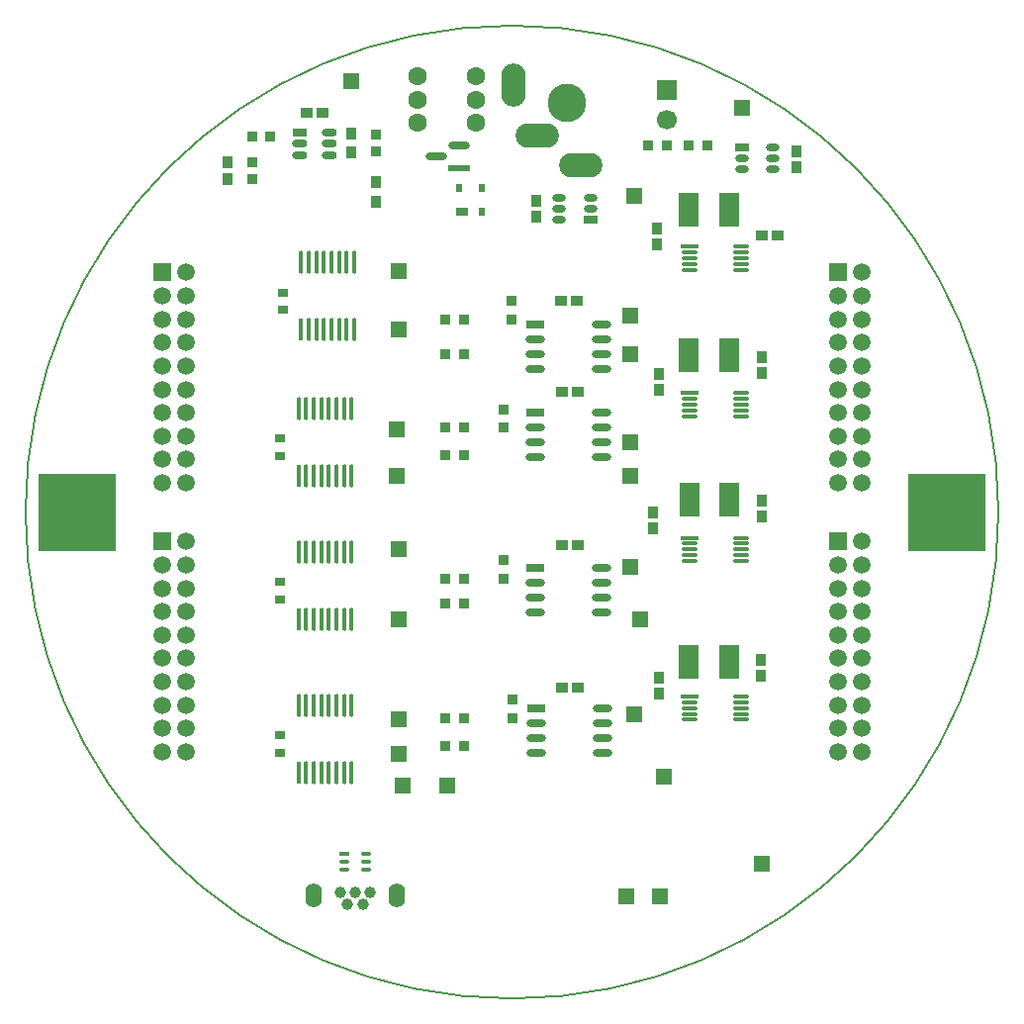
<source format=gts>
G04*
G04 #@! TF.GenerationSoftware,Altium Limited,Altium Designer,23.3.1 (30)*
G04*
G04 Layer_Color=8388736*
%FSLAX25Y25*%
%MOIN*%
G70*
G04*
G04 #@! TF.SameCoordinates,7FDB2B4D-D7D5-4B3D-9FC9-9F88D19D1CF5*
G04*
G04*
G04 #@! TF.FilePolarity,Negative*
G04*
G01*
G75*
%ADD13C,0.00787*%
%ADD20R,0.03381X0.03591*%
%ADD21R,0.03788X0.03681*%
%ADD22O,0.03300X0.01600*%
%ADD23R,0.03300X0.01600*%
G04:AMPARAMS|DCode=28|XSize=73.79mil|YSize=24.1mil|CornerRadius=12.05mil|HoleSize=0mil|Usage=FLASHONLY|Rotation=180.000|XOffset=0mil|YOffset=0mil|HoleType=Round|Shape=RoundedRectangle|*
%AMROUNDEDRECTD28*
21,1,0.07379,0.00000,0,0,180.0*
21,1,0.04969,0.02410,0,0,180.0*
1,1,0.02410,-0.02485,0.00000*
1,1,0.02410,0.02485,0.00000*
1,1,0.02410,0.02485,0.00000*
1,1,0.02410,-0.02485,0.00000*
%
%ADD28ROUNDEDRECTD28*%
%ADD29R,0.07379X0.02410*%
%ADD30R,0.03500X0.04000*%
%ADD31R,0.03543X0.03150*%
%ADD32R,0.07087X0.11811*%
%ADD33R,0.03591X0.03970*%
%ADD34R,0.03591X0.04166*%
%ADD35R,0.03591X0.03775*%
%ADD36R,0.04166X0.03591*%
%ADD37R,0.01657X0.07699*%
G04:AMPARAMS|DCode=38|XSize=76.99mil|YSize=16.57mil|CornerRadius=8.28mil|HoleSize=0mil|Usage=FLASHONLY|Rotation=90.000|XOffset=0mil|YOffset=0mil|HoleType=Round|Shape=RoundedRectangle|*
%AMROUNDEDRECTD38*
21,1,0.07699,0.00000,0,0,90.0*
21,1,0.06042,0.01657,0,0,90.0*
1,1,0.01657,0.00000,0.03021*
1,1,0.01657,0.00000,-0.03021*
1,1,0.01657,0.00000,-0.03021*
1,1,0.01657,0.00000,0.03021*
%
%ADD38ROUNDEDRECTD38*%
%ADD41R,0.03591X0.03381*%
%ADD44R,0.02362X0.02756*%
%ADD45R,0.03937X0.02756*%
%ADD46R,0.05906X0.01378*%
%ADD47O,0.05906X0.01378*%
%ADD48O,0.05118X0.02756*%
%ADD49R,0.05118X0.02756*%
%ADD50R,0.04528X0.02756*%
%ADD51O,0.04528X0.02756*%
%ADD52O,0.06496X0.02756*%
%ADD53R,0.06496X0.02756*%
%ADD54C,0.03937*%
%ADD55O,0.05512X0.08268*%
%ADD56C,0.06299*%
%ADD57R,0.05512X0.05512*%
%ADD58R,0.06693X0.06693*%
%ADD59C,0.06693*%
%ADD60R,0.25984X0.25984*%
%ADD61C,0.05906*%
%ADD62R,0.05906X0.05906*%
%ADD63C,0.12992*%
%ADD64O,0.14567X0.08268*%
%ADD65O,0.08268X0.14567*%
%ADD66R,0.05512X0.05512*%
D13*
X163878Y0D02*
G03*
X163878Y0I-163878J0D01*
G01*
D20*
X-81384Y126378D02*
D03*
X-87500D02*
D03*
X45958Y123425D02*
D03*
X52074D02*
D03*
X59646D02*
D03*
X65762D02*
D03*
X-16233Y64967D02*
D03*
X-22349D02*
D03*
Y53228D02*
D03*
X-16233D02*
D03*
X-22349Y28424D02*
D03*
X-16233D02*
D03*
X-16233Y19193D02*
D03*
X-22349D02*
D03*
Y-22441D02*
D03*
X-16233D02*
D03*
Y-30807D02*
D03*
X-22349D02*
D03*
X-22358Y-69350D02*
D03*
X-16242D02*
D03*
X-16233Y-78701D02*
D03*
X-22349D02*
D03*
D21*
X-87500Y117808D02*
D03*
Y112175D02*
D03*
D22*
X-56504Y-117815D02*
D03*
X-49204Y-120415D02*
D03*
X-56504D02*
D03*
X-49204Y-117815D02*
D03*
Y-115215D02*
D03*
D23*
X-56504D02*
D03*
D28*
X-17972Y123425D02*
D03*
X-25335Y119685D02*
D03*
D29*
X-17972Y115945D02*
D03*
D30*
X-45669Y104524D02*
D03*
Y111024D02*
D03*
X-54035Y127659D02*
D03*
Y121160D02*
D03*
D31*
X-78051Y-75197D02*
D03*
Y-81102D02*
D03*
X-77165Y68105D02*
D03*
Y74011D02*
D03*
X-78051Y18898D02*
D03*
Y24803D02*
D03*
Y-29528D02*
D03*
Y-23622D02*
D03*
D32*
X59646Y101870D02*
D03*
X73228D02*
D03*
X73130Y52854D02*
D03*
X59547D02*
D03*
X59744Y4232D02*
D03*
X73327D02*
D03*
X59547Y-50492D02*
D03*
X73130D02*
D03*
D33*
X-95768Y112175D02*
D03*
Y117702D02*
D03*
D34*
X49606Y-61130D02*
D03*
Y-55799D02*
D03*
X95866Y121661D02*
D03*
Y116331D02*
D03*
X8202Y99508D02*
D03*
Y104839D02*
D03*
X48720Y95480D02*
D03*
Y90150D02*
D03*
X84252Y52075D02*
D03*
Y46744D02*
D03*
X49606Y46661D02*
D03*
Y41331D02*
D03*
X84252Y-1386D02*
D03*
Y3945D02*
D03*
X47638Y-189D02*
D03*
Y-5520D02*
D03*
X83760Y-49894D02*
D03*
Y-55224D02*
D03*
D35*
X-45669Y127270D02*
D03*
Y121548D02*
D03*
D36*
X-69004Y134646D02*
D03*
X-63673D02*
D03*
X89673Y93307D02*
D03*
X84343D02*
D03*
X16823Y-11220D02*
D03*
X22153D02*
D03*
X16791Y-59193D02*
D03*
X22121D02*
D03*
X16429Y71082D02*
D03*
X21760D02*
D03*
X16921Y40650D02*
D03*
X22252D02*
D03*
D37*
X-71063Y61509D02*
D03*
X-71949Y12302D02*
D03*
Y-36124D02*
D03*
Y-87698D02*
D03*
D38*
X-68504Y61509D02*
D03*
X-65945D02*
D03*
X-63386D02*
D03*
X-60827D02*
D03*
X-58268D02*
D03*
X-55709D02*
D03*
X-53150D02*
D03*
Y84150D02*
D03*
X-55709D02*
D03*
X-58268D02*
D03*
X-60827D02*
D03*
X-63386D02*
D03*
X-65945D02*
D03*
X-68504D02*
D03*
X-71063D02*
D03*
X-71949Y34942D02*
D03*
X-69390D02*
D03*
X-66831D02*
D03*
X-64272D02*
D03*
X-61713D02*
D03*
X-59153D02*
D03*
X-56595D02*
D03*
X-54035D02*
D03*
Y12302D02*
D03*
X-56595D02*
D03*
X-59153D02*
D03*
X-61713D02*
D03*
X-64272D02*
D03*
X-66831D02*
D03*
X-69390D02*
D03*
Y-36124D02*
D03*
X-66831D02*
D03*
X-64272D02*
D03*
X-61713D02*
D03*
X-59153D02*
D03*
X-56595D02*
D03*
X-54035D02*
D03*
Y-13483D02*
D03*
X-56595D02*
D03*
X-59153D02*
D03*
X-61713D02*
D03*
X-64272D02*
D03*
X-66831D02*
D03*
X-69390D02*
D03*
X-71949D02*
D03*
Y-65057D02*
D03*
X-69390D02*
D03*
X-66831D02*
D03*
X-64272D02*
D03*
X-61713D02*
D03*
X-59153D02*
D03*
X-56595D02*
D03*
X-54035D02*
D03*
Y-87698D02*
D03*
X-56595D02*
D03*
X-59153D02*
D03*
X-61713D02*
D03*
X-64272D02*
D03*
X-66831D02*
D03*
X-69390D02*
D03*
D41*
X-98Y71082D02*
D03*
Y64967D02*
D03*
X-2953Y34540D02*
D03*
Y28424D02*
D03*
X-2953Y-22395D02*
D03*
Y-16280D02*
D03*
X295Y-63235D02*
D03*
Y-69350D02*
D03*
D44*
X-10236Y101181D02*
D03*
X-17717Y109055D02*
D03*
X-10236D02*
D03*
D45*
X-16929Y101181D02*
D03*
D46*
X59744Y-62106D02*
D03*
Y89433D02*
D03*
Y40201D02*
D03*
Y-8685D02*
D03*
D47*
Y-64075D02*
D03*
Y-66043D02*
D03*
Y-68012D02*
D03*
Y-69980D02*
D03*
X77067Y-62106D02*
D03*
Y-64075D02*
D03*
Y-66043D02*
D03*
Y-68012D02*
D03*
Y-69980D02*
D03*
Y81559D02*
D03*
Y83528D02*
D03*
Y85496D02*
D03*
Y87465D02*
D03*
Y89433D02*
D03*
X59744Y81559D02*
D03*
Y83528D02*
D03*
Y85496D02*
D03*
Y87465D02*
D03*
Y38232D02*
D03*
Y36264D02*
D03*
Y34295D02*
D03*
Y32327D02*
D03*
X77067Y40201D02*
D03*
Y38232D02*
D03*
Y36264D02*
D03*
Y34295D02*
D03*
Y32327D02*
D03*
Y-16559D02*
D03*
Y-14591D02*
D03*
Y-12622D02*
D03*
Y-10654D02*
D03*
Y-8685D02*
D03*
X59744Y-16559D02*
D03*
Y-14591D02*
D03*
Y-12622D02*
D03*
Y-10654D02*
D03*
D48*
X-61614Y120276D02*
D03*
Y124016D02*
D03*
Y127756D02*
D03*
X-71457Y120276D02*
D03*
Y124016D02*
D03*
D49*
Y127756D02*
D03*
D50*
X77461Y122933D02*
D03*
X26378Y98433D02*
D03*
D51*
X87894Y115453D02*
D03*
Y122933D02*
D03*
X77461Y119193D02*
D03*
Y115453D02*
D03*
X87894Y119193D02*
D03*
X15945Y105913D02*
D03*
Y98433D02*
D03*
X26378Y102173D02*
D03*
Y105913D02*
D03*
X15945Y102173D02*
D03*
D52*
X30283Y48228D02*
D03*
Y53228D02*
D03*
Y58228D02*
D03*
Y63228D02*
D03*
X7842Y48228D02*
D03*
Y53228D02*
D03*
Y58228D02*
D03*
Y28424D02*
D03*
Y23424D02*
D03*
Y18424D02*
D03*
X30283Y33424D02*
D03*
Y28424D02*
D03*
Y23424D02*
D03*
Y18424D02*
D03*
Y-33898D02*
D03*
Y-28898D02*
D03*
Y-23898D02*
D03*
Y-18898D02*
D03*
X7842Y-33898D02*
D03*
Y-28898D02*
D03*
Y-23898D02*
D03*
X30676Y-81260D02*
D03*
Y-76260D02*
D03*
Y-71260D02*
D03*
Y-66260D02*
D03*
X8235Y-81260D02*
D03*
Y-76260D02*
D03*
Y-71260D02*
D03*
D53*
X7842Y63228D02*
D03*
Y33424D02*
D03*
Y-18898D02*
D03*
X8235Y-66260D02*
D03*
D54*
X-50295Y-132087D02*
D03*
X-55413D02*
D03*
X-57972Y-128150D02*
D03*
X-52854D02*
D03*
X-47736D02*
D03*
D55*
X-66929Y-129016D02*
D03*
X-38780D02*
D03*
D56*
X-12205Y146850D02*
D03*
Y138976D02*
D03*
Y131102D02*
D03*
X-31890Y146850D02*
D03*
Y138976D02*
D03*
Y131102D02*
D03*
D57*
X-38780Y27854D02*
D03*
X41339Y106398D02*
D03*
X-54035Y145177D02*
D03*
X39764Y66339D02*
D03*
X-38091Y81102D02*
D03*
X39764Y12302D02*
D03*
X51181Y-89075D02*
D03*
X-38287Y-69980D02*
D03*
X-38091Y61509D02*
D03*
X84153Y-118602D02*
D03*
X39764Y53228D02*
D03*
X39764Y23424D02*
D03*
Y-18602D02*
D03*
X41043Y-68012D02*
D03*
X-38287Y-81595D02*
D03*
X38386Y-129331D02*
D03*
X77428Y136024D02*
D03*
X-38287Y-12622D02*
D03*
X49723Y-129331D02*
D03*
X-36811Y-92222D02*
D03*
X-21852D02*
D03*
D58*
X52074Y142087D02*
D03*
D59*
Y132087D02*
D03*
D60*
X-146457Y0D02*
D03*
X146457D02*
D03*
D61*
X-117717Y-25688D02*
D03*
X-109843D02*
D03*
X-117717Y-17813D02*
D03*
X-109843D02*
D03*
Y-9939D02*
D03*
X-117717Y-80806D02*
D03*
X-109843D02*
D03*
X-117717Y-72932D02*
D03*
X-109843D02*
D03*
X-117717Y-65057D02*
D03*
X-109843D02*
D03*
Y-57183D02*
D03*
X-117717Y-49310D02*
D03*
X-109843D02*
D03*
X-117717Y-41436D02*
D03*
X-109843D02*
D03*
X-117717Y-33562D02*
D03*
X-109843D02*
D03*
X-117717Y-57183D02*
D03*
X109843Y64953D02*
D03*
X117717D02*
D03*
X109843Y72827D02*
D03*
X117717D02*
D03*
Y80701D02*
D03*
X109843Y9835D02*
D03*
X117717D02*
D03*
X109843Y17709D02*
D03*
X117717D02*
D03*
X109843Y25583D02*
D03*
X117717D02*
D03*
Y33457D02*
D03*
X109843Y41331D02*
D03*
X117717D02*
D03*
X109843Y49205D02*
D03*
X117717D02*
D03*
X109843Y57079D02*
D03*
X117717D02*
D03*
X109843Y33457D02*
D03*
Y-25688D02*
D03*
X117717D02*
D03*
X109843Y-17813D02*
D03*
X117717D02*
D03*
Y-9939D02*
D03*
X109843Y-80806D02*
D03*
X117717D02*
D03*
X109843Y-72932D02*
D03*
X117717D02*
D03*
X109843Y-65057D02*
D03*
X117717D02*
D03*
Y-57183D02*
D03*
X109843Y-49310D02*
D03*
X117717D02*
D03*
X109843Y-41436D02*
D03*
X117717D02*
D03*
X109843Y-33562D02*
D03*
X117717D02*
D03*
X109843Y-57183D02*
D03*
X-117717Y64967D02*
D03*
X-109843D02*
D03*
X-117717Y72841D02*
D03*
X-109843D02*
D03*
Y80715D02*
D03*
X-117717Y9849D02*
D03*
X-109843D02*
D03*
X-117717Y17722D02*
D03*
X-109843D02*
D03*
X-117717Y25596D02*
D03*
X-109843D02*
D03*
Y33470D02*
D03*
X-117717Y41345D02*
D03*
X-109843D02*
D03*
X-117717Y49219D02*
D03*
X-109843D02*
D03*
X-117717Y57093D02*
D03*
X-109843D02*
D03*
X-117717Y33470D02*
D03*
D62*
Y-9939D02*
D03*
X109843Y80701D02*
D03*
Y-9939D02*
D03*
X-117717Y80715D02*
D03*
D63*
X18504Y137795D02*
D03*
D64*
X8661Y126772D02*
D03*
X23228Y116929D02*
D03*
D65*
X394Y143701D02*
D03*
D66*
X43257Y-36124D02*
D03*
X-38091D02*
D03*
X-38780Y12302D02*
D03*
M02*

</source>
